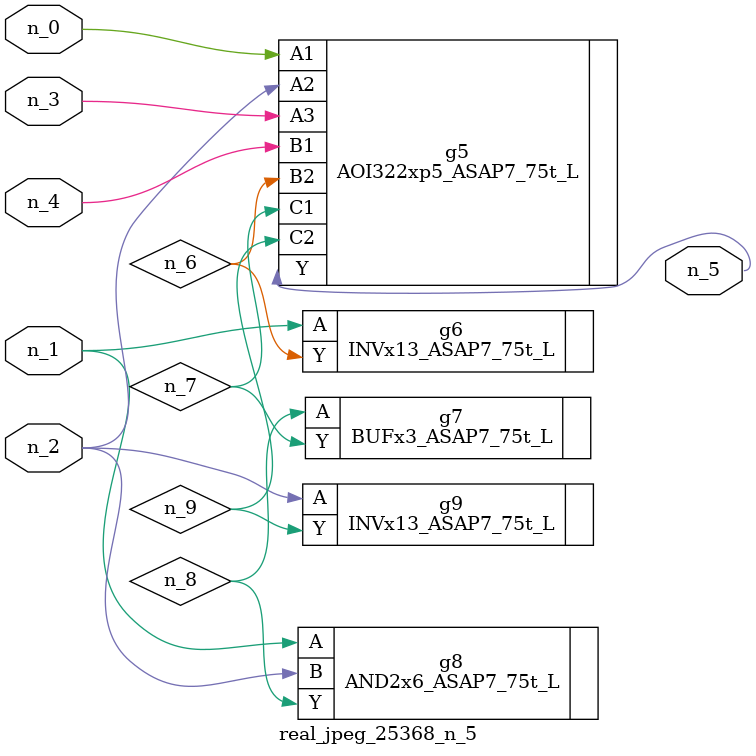
<source format=v>
module real_jpeg_25368_n_5 (n_4, n_0, n_1, n_2, n_3, n_5);

input n_4;
input n_0;
input n_1;
input n_2;
input n_3;

output n_5;

wire n_8;
wire n_6;
wire n_7;
wire n_9;

AOI322xp5_ASAP7_75t_L g5 ( 
.A1(n_0),
.A2(n_2),
.A3(n_3),
.B1(n_4),
.B2(n_6),
.C1(n_7),
.C2(n_9),
.Y(n_5)
);

INVx13_ASAP7_75t_L g6 ( 
.A(n_1),
.Y(n_6)
);

AND2x6_ASAP7_75t_L g8 ( 
.A(n_1),
.B(n_2),
.Y(n_8)
);

INVx13_ASAP7_75t_L g9 ( 
.A(n_2),
.Y(n_9)
);

BUFx3_ASAP7_75t_L g7 ( 
.A(n_8),
.Y(n_7)
);


endmodule
</source>
